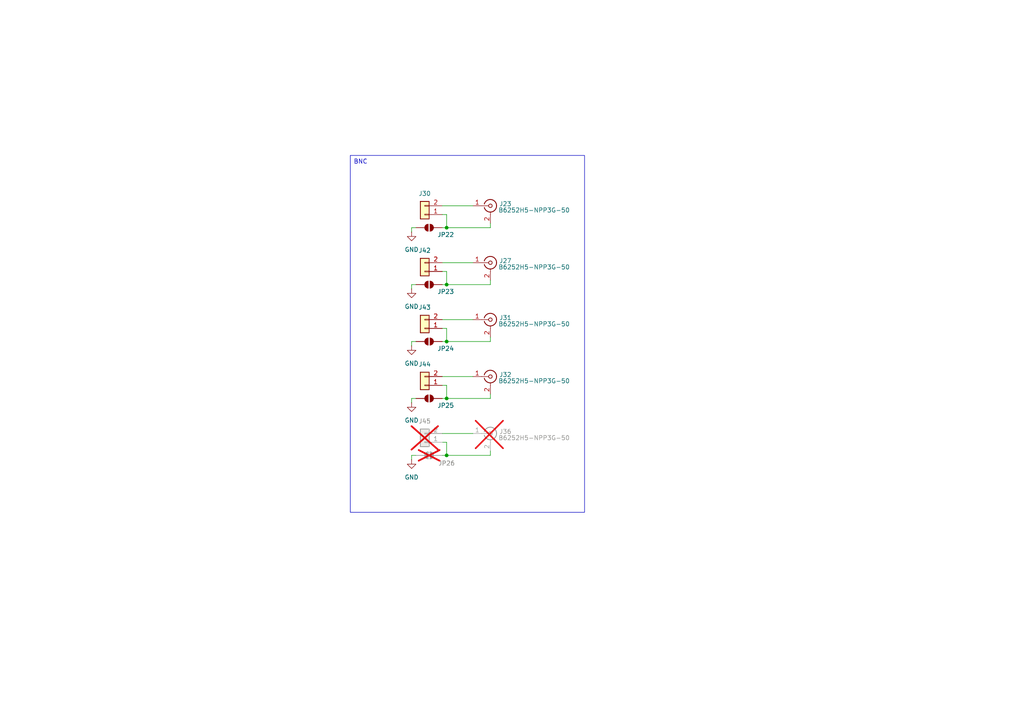
<source format=kicad_sch>
(kicad_sch (version 20250114) (generator "eeschema") (generator_version "9.0")
  (paper "A4")
  (title_block (date "2026-01-16") (rev "0.0.2") (company "KN NaMi"))
  (lib_symbols
    (symbol "Connector:Conn_Coaxial" (pin_names (offset 1.016) (hide yes))
      (property "Reference" "J" (at 0.254 3.048 0))
      (property "Value" "Conn_Coaxial" (at 2.921 0 90))
      (symbol "Conn_Coaxial_0_1"
        (polyline (pts (xy -2.54 0) (xy -0.508 0)))
        (arc (start 1.778 0) (mid 0.222 -1.8079) (end -1.778 -0.508) (stroke (width 0.254)))
        (arc (start -1.778 0.508) (mid 0.2221 1.8084) (end 1.778 0) (stroke (width 0.254)))
        (circle (center 0 0) (radius 0.508) (stroke (width 0.2032)))
        (polyline (pts (xy 0 -2.54) (xy 0 -1.778)))
      )
      (symbol "Conn_Coaxial_1_1"
        (pin passive line (at -5.08 0 0) (length 2.54) (name "In") (number "1"))
        (pin passive line (at 0 -5.08 90) (length 2.54) (name "Ext") (number "2"))
      )
    )
    (symbol "Connector_Generic:Conn_01x02" (pin_names (offset 1.016) (hide yes))
      (property "Reference" "J" (at 0 2.54 0))
      (property "Value" "Conn_01x02" (at 0 -5.08 0))
      (symbol "Conn_01x02_1_1"
        (rectangle (start -1.27 1.27) (end 1.27 -3.81) (stroke (width 0.254)) (fill (type background)))
        (rectangle (start -1.27 0.127) (end 0 -0.127) (stroke (width 0.1524)))
        (rectangle (start -1.27 -2.413) (end 0 -2.667) (stroke (width 0.1524)))
        (pin passive line (at -5.08 0 0) (length 3.81) (name "Pin_1") (number "1"))
        (pin passive line (at -5.08 -2.54 0) (length 3.81) (name "Pin_2") (number "2"))
      )
    )
    (symbol "Jumper:SolderJumper_2_Open" (pin_numbers (hide yes)) (pin_names (offset 0) (hide yes)) (in_bom no)
      (property "Reference" "JP" (at 0 2.032 0))
      (property "Value" "SolderJumper_2_Open" (at 0 -2.54 0))
      (symbol "SolderJumper_2_Open_0_1"
        (polyline (pts (xy -0.254 1.016) (xy -0.254 -1.016)))
        (arc (start -0.254 -1.016) (mid -1.2656 0) (end -0.254 1.016))
        (arc (start -0.254 -1.016) (mid -1.2656 0) (end -0.254 1.016) (fill (type outline)))
        (arc (start 0.254 1.016) (mid 1.2656 0) (end 0.254 -1.016))
        (arc (start 0.254 1.016) (mid 1.2656 0) (end 0.254 -1.016) (fill (type outline)))
        (polyline (pts (xy 0.254 1.016) (xy 0.254 -1.016)))
      )
      (symbol "SolderJumper_2_Open_1_1"
        (pin passive line (at -3.81 0 0) (length 2.54) (name "A") (number "1"))
        (pin passive line (at 3.81 0 180) (length 2.54) (name "B") (number "2"))
      )
    )
    (symbol "power:GND" (power) (pin_numbers (hide yes)) (pin_names (offset 0) (hide yes))
      (property "Value" "GND" (at 0 -3.81 0))
      (symbol "GND_0_1"
        (polyline (pts (xy 0 0) (xy 0 -1.27) (xy 1.27 -1.27) (xy 0 -2.54) (xy -1.27 -1.27) (xy 0 -1.27)))
      )
      (symbol "GND_1_1"
        (pin power_in line (at 0 0 270) (length 0) (name "~") (number "1"))
      )
    )
  )
  (text_box "BNC" (at 101.6 45.085 0) (size 67.945 103.505) (margins 0.9525 0.9525 0.9525 0.9525) (effects (font (size 1.27 1.27)) (justify left top)))
  (junction (at 129.54 82.55))
  (junction (at 129.54 99.06))
  (junction (at 129.54 132.08))
  (junction (at 129.54 66.04))
  (junction (at 129.54 115.57))
  (wire (pts (xy 129.54 82.55) (xy 129.54 78.74)))
  (wire (pts (xy 128.27 76.2) (xy 137.16 76.2)))
  (wire (pts (xy 129.54 115.57) (xy 142.24 115.57)))
  (wire (pts (xy 129.54 115.57) (xy 129.54 111.76)))
  (wire (pts (xy 128.27 111.76) (xy 129.54 111.76)))
  (wire (pts (xy 142.24 115.57) (xy 142.24 114.3)))
  (wire (pts (xy 128.27 59.69) (xy 137.16 59.69)))
  (wire (pts (xy 119.38 82.55) (xy 120.65 82.55)))
  (wire (pts (xy 129.54 99.06) (xy 142.24 99.06)))
  (wire (pts (xy 129.54 128.27) (xy 129.54 132.08)))
  (wire (pts (xy 119.38 83.82) (xy 119.38 82.55)))
  (wire (pts (xy 129.54 62.23) (xy 128.27 62.23)))
  (wire (pts (xy 119.38 100.33) (xy 119.38 99.06)))
  (wire (pts (xy 128.27 132.08) (xy 129.54 132.08)))
  (wire (pts (xy 128.27 125.73) (xy 137.16 125.73)))
  (wire (pts (xy 142.24 97.79) (xy 142.24 99.06)))
  (wire (pts (xy 128.27 115.57) (xy 129.54 115.57)))
  (wire (pts (xy 128.27 82.55) (xy 129.54 82.55)))
  (wire (pts (xy 129.54 99.06) (xy 129.54 95.25)))
  (wire (pts (xy 129.54 132.08) (xy 142.24 132.08)))
  (wire (pts (xy 129.54 82.55) (xy 142.24 82.55)))
  (wire (pts (xy 119.38 133.35) (xy 119.38 132.08)))
  (wire (pts (xy 142.24 66.04) (xy 142.24 64.77)))
  (wire (pts (xy 119.38 116.84) (xy 119.38 115.57)))
  (wire (pts (xy 128.27 92.71) (xy 137.16 92.71)))
  (wire (pts (xy 119.38 66.04) (xy 120.65 66.04)))
  (wire (pts (xy 128.27 109.22) (xy 137.16 109.22)))
  (wire (pts (xy 129.54 66.04) (xy 142.24 66.04)))
  (wire (pts (xy 128.27 99.06) (xy 129.54 99.06)))
  (wire (pts (xy 129.54 66.04) (xy 129.54 62.23)))
  (wire (pts (xy 128.27 95.25) (xy 129.54 95.25)))
  (wire (pts (xy 119.38 99.06) (xy 120.65 99.06)))
  (wire (pts (xy 119.38 132.08) (xy 120.65 132.08)))
  (wire (pts (xy 128.27 78.74) (xy 129.54 78.74)))
  (wire (pts (xy 119.38 115.57) (xy 120.65 115.57)))
  (wire (pts (xy 142.24 132.08) (xy 142.24 130.81)))
  (wire (pts (xy 128.27 66.04) (xy 129.54 66.04)))
  (wire (pts (xy 128.27 128.27) (xy 129.54 128.27)))
  (wire (pts (xy 119.38 67.31) (xy 119.38 66.04)))
  (wire (pts (xy 142.24 81.28) (xy 142.24 82.55)))
  (symbol (lib_id "Connector_Generic:Conn_01x02") (at 123.19 95.25 180) (unit 1)
    (property "Reference" "J43" (at 123.19 89.154 0))
    (property "Footprint" "Connector_PinHeader_2.54mm:PinHeader_1x02_P2.54mm_Vertical" (effects (hide yes)))
    (property "Description" "Generic connector, single row, 01x02, script generated (kicad-library-utils/schlib/autogen/connector/)" (effects (hide yes)))
  )
  (symbol (lib_id "power:GND") (at 119.38 100.33 0) (unit 1)
    (property "Reference" "#PWR0143" (effects (hide yes)))
    (property "Value" "GND" (at 119.38 105.41 0))
    (property "Description" "Power symbol creates a global label with name \"GND\" , ground" (effects (hide yes)))
  )
  (symbol (lib_id "Connector_Generic:Conn_01x02") (at 123.19 128.27 180) (unit 1) (in_bom no) (on_board no) (dnp yes)
    (property "Reference" "J45" (at 123.19 122.174 0))
    (property "Footprint" "Connector_PinHeader_2.54mm:PinHeader_1x02_P2.54mm_Vertical" (effects (hide yes)))
    (property "Description" "Generic connector, single row, 01x02, script generated (kicad-library-utils/schlib/autogen/connector/)" (effects (hide yes)))
  )
  (symbol (lib_id "Jumper:SolderJumper_2_Open") (at 124.46 115.57 0) (unit 1) (in_bom no)
    (property "Reference" "JP25" (at 129.286 117.602 0))
    (property "Value" "SolderJumper" (effects (hide yes)))
    (property "Footprint" "Jumper:SolderJumper-2_P1.3mm_Open_TrianglePad1.0x1.5mm" (effects (hide yes)))
    (property "Description" "Solder Jumper, 2-pole, open" (effects (hide yes)))
  )
  (symbol (lib_id "Jumper:SolderJumper_2_Open") (at 124.46 132.08 180) (unit 1) (in_bom no) (on_board no) (dnp yes)
    (property "Reference" "JP26" (at 129.54 134.366 0))
    (property "Value" "SolderJumper" (effects (hide yes)))
    (property "Footprint" "Jumper:SolderJumper-2_P1.3mm_Open_TrianglePad1.0x1.5mm" (effects (hide yes)))
    (property "Description" "Solder Jumper, 2-pole, open" (effects (hide yes)))
  )
  (symbol (lib_id "power:GND") (at 119.38 116.84 0) (unit 1)
    (property "Reference" "#PWR0150" (effects (hide yes)))
    (property "Value" "GND" (at 119.38 121.92 0))
    (property "Description" "Power symbol creates a global label with name \"GND\" , ground" (effects (hide yes)))
  )
  (symbol (lib_id "power:GND") (at 119.38 133.35 0) (unit 1)
    (property "Reference" "#PWR0130" (effects (hide yes)))
    (property "Value" "GND" (at 119.38 138.43 0))
    (property "Description" "Power symbol creates a global label with name \"GND\" , ground" (effects (hide yes)))
  )
  (symbol (lib_id "Connector_Generic:Conn_01x02") (at 123.19 78.74 180) (unit 1)
    (property "Reference" "J42" (at 123.19 72.644 0))
    (property "Footprint" "Connector_PinHeader_2.54mm:PinHeader_1x02_P2.54mm_Vertical" (effects (hide yes)))
    (property "Description" "Generic connector, single row, 01x02, script generated (kicad-library-utils/schlib/autogen/connector/)" (effects (hide yes)))
  )
  (symbol (lib_id "Connector_Generic:Conn_01x02") (at 123.19 111.76 180) (unit 1)
    (property "Reference" "J44" (at 123.19 105.664 0))
    (property "Footprint" "Connector_PinHeader_2.54mm:PinHeader_1x02_P2.54mm_Vertical" (effects (hide yes)))
    (property "Description" "Generic connector, single row, 01x02, script generated (kicad-library-utils/schlib/autogen/connector/)" (effects (hide yes)))
  )
  (symbol (lib_id "Jumper:SolderJumper_2_Open") (at 124.46 82.55 0) (unit 1) (in_bom no)
    (property "Reference" "JP23" (at 129.286 84.582 0))
    (property "Value" "SolderJumper" (effects (hide yes)))
    (property "Footprint" "Jumper:SolderJumper-2_P1.3mm_Open_TrianglePad1.0x1.5mm" (effects (hide yes)))
    (property "Description" "Solder Jumper, 2-pole, open" (effects (hide yes)))
  )
  (symbol (lib_id "Connector:Conn_Coaxial") (at 142.24 109.22 0) (unit 1)
    (property "Reference" "J32" (at 144.78 108.6729 0) (effects (justify left)))
    (property "Value" "B6252H5-NPP3G-50" (at 144.526 110.49 0) (effects (justify left)))
    (property "Footprint" "Connector_Coaxial:BNC_Amphenol_B6252HB-NPP3G-50_Horizontal" (effects (hide yes)))
    (property "Description" "coaxial connector (BNC, SMA, SMB, SMC, Cinch/RCA, LEMO, ...)" (effects (hide yes)))
    (property "store" "https://www.tme.eu/pl/details/b6252h5npp3g50/zlacza-bnc/amphenol-rf/b6252h5-npp3g-50/" (effects (hide yes)))
  )
  (symbol (lib_id "Jumper:SolderJumper_2_Open") (at 124.46 66.04 0) (unit 1) (in_bom no)
    (property "Reference" "JP22" (at 129.286 68.072 0))
    (property "Value" "SolderJumper" (effects (hide yes)))
    (property "Footprint" "Jumper:SolderJumper-2_P1.3mm_Open_TrianglePad1.0x1.5mm" (effects (hide yes)))
    (property "Description" "Solder Jumper, 2-pole, open" (effects (hide yes)))
  )
  (symbol (lib_id "Connector:Conn_Coaxial") (at 142.24 92.71 0) (unit 1)
    (property "Reference" "J31" (at 144.78 92.1629 0) (effects (justify left)))
    (property "Value" "B6252H5-NPP3G-50" (at 144.526 93.98 0) (effects (justify left)))
    (property "Footprint" "Connector_Coaxial:BNC_Amphenol_B6252HB-NPP3G-50_Horizontal" (effects (hide yes)))
    (property "Description" "coaxial connector (BNC, SMA, SMB, SMC, Cinch/RCA, LEMO, ...)" (effects (hide yes)))
    (property "store" "https://www.tme.eu/pl/details/b6252h5npp3g50/zlacza-bnc/amphenol-rf/b6252h5-npp3g-50/" (effects (hide yes)))
  )
  (symbol (lib_id "Connector_Generic:Conn_01x02") (at 123.19 62.23 180) (unit 1)
    (property "Reference" "J30" (at 123.19 56.134 0))
    (property "Footprint" "Connector_PinHeader_2.54mm:PinHeader_1x02_P2.54mm_Vertical" (effects (hide yes)))
    (property "Description" "Generic connector, single row, 01x02, script generated (kicad-library-utils/schlib/autogen/connector/)" (effects (hide yes)))
  )
  (symbol (lib_id "Connector:Conn_Coaxial") (at 142.24 125.73 0) (unit 1) (in_bom no) (on_board no) (dnp yes)
    (property "Reference" "J36" (at 144.78 125.1829 0) (effects (justify left)))
    (property "Value" "B6252H5-NPP3G-50" (at 144.526 127 0) (effects (justify left)))
    (property "Footprint" "Connector_Coaxial:BNC_Amphenol_B6252HB-NPP3G-50_Horizontal" (effects (hide yes)))
    (property "Description" "coaxial connector (BNC, SMA, SMB, SMC, Cinch/RCA, LEMO, ...)" (effects (hide yes)))
  )
  (symbol (lib_id "Jumper:SolderJumper_2_Open") (at 124.46 99.06 0) (unit 1) (in_bom no)
    (property "Reference" "JP24" (at 129.286 101.092 0))
    (property "Value" "SolderJumper" (effects (hide yes)))
    (property "Footprint" "Jumper:SolderJumper-2_P1.3mm_Open_TrianglePad1.0x1.5mm" (effects (hide yes)))
    (property "Description" "Solder Jumper, 2-pole, open" (effects (hide yes)))
  )
  (symbol (lib_id "power:GND") (at 119.38 83.82 0) (unit 1)
    (property "Reference" "#PWR0151" (effects (hide yes)))
    (property "Value" "GND" (at 119.38 88.9 0))
    (property "Description" "Power symbol creates a global label with name \"GND\" , ground" (effects (hide yes)))
  )
  (symbol (lib_id "Connector:Conn_Coaxial") (at 142.24 76.2 0) (unit 1)
    (property "Reference" "J27" (at 144.78 75.6529 0) (effects (justify left)))
    (property "Value" "B6252H5-NPP3G-50" (at 144.526 77.47 0) (effects (justify left)))
    (property "Footprint" "Connector_Coaxial:BNC_Amphenol_B6252HB-NPP3G-50_Horizontal" (effects (hide yes)))
    (property "Description" "coaxial connector (BNC, SMA, SMB, SMC, Cinch/RCA, LEMO, ...)" (effects (hide yes)))
    (property "store" "https://www.tme.eu/pl/details/b6252h5npp3g50/zlacza-bnc/amphenol-rf/b6252h5-npp3g-50/" (effects (hide yes)))
  )
  (symbol (lib_id "power:GND") (at 119.38 67.31 0) (unit 1)
    (property "Reference" "#PWR0162" (effects (hide yes)))
    (property "Value" "GND" (at 119.38 72.39 0))
    (property "Description" "Power symbol creates a global label with name \"GND\" , ground" (effects (hide yes)))
  )
  (symbol (lib_id "Connector:Conn_Coaxial") (at 142.24 59.69 0) (unit 1)
    (property "Reference" "J23" (at 144.78 59.1429 0) (effects (justify left)))
    (property "Value" "B6252H5-NPP3G-50" (at 144.526 60.96 0) (effects (justify left)))
    (property "Footprint" "Connector_Coaxial:BNC_Amphenol_B6252HB-NPP3G-50_Horizontal" (effects (hide yes)))
    (property "Description" "coaxial connector (BNC, SMA, SMB, SMC, Cinch/RCA, LEMO, ...)" (effects (hide yes)))
    (property "store" "https://www.tme.eu/pl/details/b6252h5npp3g50/zlacza-bnc/amphenol-rf/b6252h5-npp3g-50/" (effects (hide yes)))
  )
)
</source>
